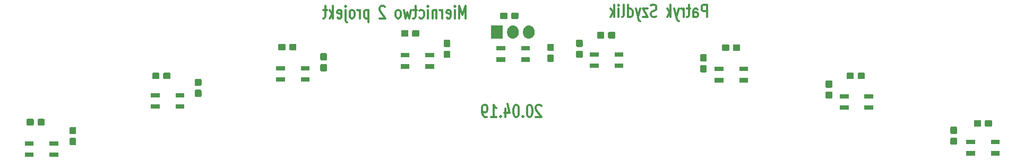
<source format=gbr>
G04 #@! TF.GenerationSoftware,KiCad,Pcbnew,5.1.1-8be2ce7~80~ubuntu18.04.1*
G04 #@! TF.CreationDate,2019-04-20T15:59:31+02:00*
G04 #@! TF.ProjectId,megazord,6d656761-7a6f-4726-942e-6b696361645f,rev?*
G04 #@! TF.SameCoordinates,Original*
G04 #@! TF.FileFunction,Soldermask,Bot*
G04 #@! TF.FilePolarity,Negative*
%FSLAX46Y46*%
G04 Gerber Fmt 4.6, Leading zero omitted, Abs format (unit mm)*
G04 Created by KiCad (PCBNEW 5.1.1-8be2ce7~80~ubuntu18.04.1) date 2019-04-20 15:59:31*
%MOMM*%
%LPD*%
G04 APERTURE LIST*
%ADD10C,0.300000*%
%ADD11C,0.100000*%
G04 APERTURE END LIST*
D10*
X115914285Y-72695238D02*
X115842857Y-72600000D01*
X115700000Y-72504761D01*
X115342857Y-72504761D01*
X115200000Y-72600000D01*
X115128571Y-72695238D01*
X115057142Y-72885714D01*
X115057142Y-73076190D01*
X115128571Y-73361904D01*
X115985714Y-74504761D01*
X115057142Y-74504761D01*
X114128571Y-72504761D02*
X113985714Y-72504761D01*
X113842857Y-72600000D01*
X113771428Y-72695238D01*
X113700000Y-72885714D01*
X113628571Y-73266666D01*
X113628571Y-73742857D01*
X113700000Y-74123809D01*
X113771428Y-74314285D01*
X113842857Y-74409523D01*
X113985714Y-74504761D01*
X114128571Y-74504761D01*
X114271428Y-74409523D01*
X114342857Y-74314285D01*
X114414285Y-74123809D01*
X114485714Y-73742857D01*
X114485714Y-73266666D01*
X114414285Y-72885714D01*
X114342857Y-72695238D01*
X114271428Y-72600000D01*
X114128571Y-72504761D01*
X112985714Y-74314285D02*
X112914285Y-74409523D01*
X112985714Y-74504761D01*
X113057142Y-74409523D01*
X112985714Y-74314285D01*
X112985714Y-74504761D01*
X111985714Y-72504761D02*
X111842857Y-72504761D01*
X111700000Y-72600000D01*
X111628571Y-72695238D01*
X111557142Y-72885714D01*
X111485714Y-73266666D01*
X111485714Y-73742857D01*
X111557142Y-74123809D01*
X111628571Y-74314285D01*
X111700000Y-74409523D01*
X111842857Y-74504761D01*
X111985714Y-74504761D01*
X112128571Y-74409523D01*
X112200000Y-74314285D01*
X112271428Y-74123809D01*
X112342857Y-73742857D01*
X112342857Y-73266666D01*
X112271428Y-72885714D01*
X112200000Y-72695238D01*
X112128571Y-72600000D01*
X111985714Y-72504761D01*
X110200000Y-73171428D02*
X110200000Y-74504761D01*
X110557142Y-72409523D02*
X110914285Y-73838095D01*
X109985714Y-73838095D01*
X109414285Y-74314285D02*
X109342857Y-74409523D01*
X109414285Y-74504761D01*
X109485714Y-74409523D01*
X109414285Y-74314285D01*
X109414285Y-74504761D01*
X107914285Y-74504761D02*
X108771428Y-74504761D01*
X108342857Y-74504761D02*
X108342857Y-72504761D01*
X108485714Y-72790476D01*
X108628571Y-72980952D01*
X108771428Y-73076190D01*
X107200000Y-74504761D02*
X106914285Y-74504761D01*
X106771428Y-74409523D01*
X106700000Y-74314285D01*
X106557142Y-74028571D01*
X106485714Y-73647619D01*
X106485714Y-72885714D01*
X106557142Y-72695238D01*
X106628571Y-72600000D01*
X106771428Y-72504761D01*
X107057142Y-72504761D01*
X107200000Y-72600000D01*
X107271428Y-72695238D01*
X107342857Y-72885714D01*
X107342857Y-73361904D01*
X107271428Y-73552380D01*
X107200000Y-73647619D01*
X107057142Y-73742857D01*
X106771428Y-73742857D01*
X106628571Y-73647619D01*
X106557142Y-73552380D01*
X106485714Y-73361904D01*
X142342857Y-58504761D02*
X142342857Y-56504761D01*
X141771428Y-56504761D01*
X141628571Y-56600000D01*
X141557142Y-56695238D01*
X141485714Y-56885714D01*
X141485714Y-57171428D01*
X141557142Y-57361904D01*
X141628571Y-57457142D01*
X141771428Y-57552380D01*
X142342857Y-57552380D01*
X140200000Y-58504761D02*
X140200000Y-57457142D01*
X140271428Y-57266666D01*
X140414285Y-57171428D01*
X140700000Y-57171428D01*
X140842857Y-57266666D01*
X140200000Y-58409523D02*
X140342857Y-58504761D01*
X140700000Y-58504761D01*
X140842857Y-58409523D01*
X140914285Y-58219047D01*
X140914285Y-58028571D01*
X140842857Y-57838095D01*
X140700000Y-57742857D01*
X140342857Y-57742857D01*
X140200000Y-57647619D01*
X139700000Y-57171428D02*
X139128571Y-57171428D01*
X139485714Y-56504761D02*
X139485714Y-58219047D01*
X139414285Y-58409523D01*
X139271428Y-58504761D01*
X139128571Y-58504761D01*
X138628571Y-58504761D02*
X138628571Y-57171428D01*
X138628571Y-57552380D02*
X138557142Y-57361904D01*
X138485714Y-57266666D01*
X138342857Y-57171428D01*
X138200000Y-57171428D01*
X137842857Y-57171428D02*
X137485714Y-58504761D01*
X137128571Y-57171428D02*
X137485714Y-58504761D01*
X137628571Y-58980952D01*
X137700000Y-59076190D01*
X137842857Y-59171428D01*
X136557142Y-58504761D02*
X136557142Y-56504761D01*
X136414285Y-57742857D02*
X135985714Y-58504761D01*
X135985714Y-57171428D02*
X136557142Y-57933333D01*
X134271428Y-58409523D02*
X134057142Y-58504761D01*
X133700000Y-58504761D01*
X133557142Y-58409523D01*
X133485714Y-58314285D01*
X133414285Y-58123809D01*
X133414285Y-57933333D01*
X133485714Y-57742857D01*
X133557142Y-57647619D01*
X133700000Y-57552380D01*
X133985714Y-57457142D01*
X134128571Y-57361904D01*
X134200000Y-57266666D01*
X134271428Y-57076190D01*
X134271428Y-56885714D01*
X134200000Y-56695238D01*
X134128571Y-56600000D01*
X133985714Y-56504761D01*
X133628571Y-56504761D01*
X133414285Y-56600000D01*
X132914285Y-57171428D02*
X132128571Y-57171428D01*
X132914285Y-58504761D01*
X132128571Y-58504761D01*
X131700000Y-57171428D02*
X131342857Y-58504761D01*
X130985714Y-57171428D02*
X131342857Y-58504761D01*
X131485714Y-58980952D01*
X131557142Y-59076190D01*
X131700000Y-59171428D01*
X129771428Y-58504761D02*
X129771428Y-56504761D01*
X129771428Y-58409523D02*
X129914285Y-58504761D01*
X130200000Y-58504761D01*
X130342857Y-58409523D01*
X130414285Y-58314285D01*
X130485714Y-58123809D01*
X130485714Y-57552380D01*
X130414285Y-57361904D01*
X130342857Y-57266666D01*
X130200000Y-57171428D01*
X129914285Y-57171428D01*
X129771428Y-57266666D01*
X128842857Y-58504761D02*
X128985714Y-58409523D01*
X129057142Y-58219047D01*
X129057142Y-56504761D01*
X128271428Y-58504761D02*
X128271428Y-57171428D01*
X128271428Y-56504761D02*
X128342857Y-56600000D01*
X128271428Y-56695238D01*
X128200000Y-56600000D01*
X128271428Y-56504761D01*
X128271428Y-56695238D01*
X127557142Y-58504761D02*
X127557142Y-56504761D01*
X127414285Y-57742857D02*
X126985714Y-58504761D01*
X126985714Y-57171428D02*
X127557142Y-57933333D01*
X103850000Y-58704761D02*
X103850000Y-56704761D01*
X103350000Y-58133333D01*
X102850000Y-56704761D01*
X102850000Y-58704761D01*
X102135714Y-58704761D02*
X102135714Y-57371428D01*
X102135714Y-56704761D02*
X102207142Y-56800000D01*
X102135714Y-56895238D01*
X102064285Y-56800000D01*
X102135714Y-56704761D01*
X102135714Y-56895238D01*
X100850000Y-58609523D02*
X100992857Y-58704761D01*
X101278571Y-58704761D01*
X101421428Y-58609523D01*
X101492857Y-58419047D01*
X101492857Y-57657142D01*
X101421428Y-57466666D01*
X101278571Y-57371428D01*
X100992857Y-57371428D01*
X100850000Y-57466666D01*
X100778571Y-57657142D01*
X100778571Y-57847619D01*
X101492857Y-58038095D01*
X100135714Y-58704761D02*
X100135714Y-57371428D01*
X100135714Y-57752380D02*
X100064285Y-57561904D01*
X99992857Y-57466666D01*
X99850000Y-57371428D01*
X99707142Y-57371428D01*
X99207142Y-57371428D02*
X99207142Y-58704761D01*
X99207142Y-57561904D02*
X99135714Y-57466666D01*
X98992857Y-57371428D01*
X98778571Y-57371428D01*
X98635714Y-57466666D01*
X98564285Y-57657142D01*
X98564285Y-58704761D01*
X97850000Y-58704761D02*
X97850000Y-57371428D01*
X97850000Y-56704761D02*
X97921428Y-56800000D01*
X97850000Y-56895238D01*
X97778571Y-56800000D01*
X97850000Y-56704761D01*
X97850000Y-56895238D01*
X96492857Y-58609523D02*
X96635714Y-58704761D01*
X96921428Y-58704761D01*
X97064285Y-58609523D01*
X97135714Y-58514285D01*
X97207142Y-58323809D01*
X97207142Y-57752380D01*
X97135714Y-57561904D01*
X97064285Y-57466666D01*
X96921428Y-57371428D01*
X96635714Y-57371428D01*
X96492857Y-57466666D01*
X96064285Y-57371428D02*
X95492857Y-57371428D01*
X95850000Y-56704761D02*
X95850000Y-58419047D01*
X95778571Y-58609523D01*
X95635714Y-58704761D01*
X95492857Y-58704761D01*
X95135714Y-57371428D02*
X94850000Y-58704761D01*
X94564285Y-57752380D01*
X94278571Y-58704761D01*
X93992857Y-57371428D01*
X93207142Y-58704761D02*
X93350000Y-58609523D01*
X93421428Y-58514285D01*
X93492857Y-58323809D01*
X93492857Y-57752380D01*
X93421428Y-57561904D01*
X93350000Y-57466666D01*
X93207142Y-57371428D01*
X92992857Y-57371428D01*
X92850000Y-57466666D01*
X92778571Y-57561904D01*
X92707142Y-57752380D01*
X92707142Y-58323809D01*
X92778571Y-58514285D01*
X92850000Y-58609523D01*
X92992857Y-58704761D01*
X93207142Y-58704761D01*
X90992857Y-56895238D02*
X90921428Y-56800000D01*
X90778571Y-56704761D01*
X90421428Y-56704761D01*
X90278571Y-56800000D01*
X90207142Y-56895238D01*
X90135714Y-57085714D01*
X90135714Y-57276190D01*
X90207142Y-57561904D01*
X91064285Y-58704761D01*
X90135714Y-58704761D01*
X88350000Y-57371428D02*
X88350000Y-59371428D01*
X88350000Y-57466666D02*
X88207142Y-57371428D01*
X87921428Y-57371428D01*
X87778571Y-57466666D01*
X87707142Y-57561904D01*
X87635714Y-57752380D01*
X87635714Y-58323809D01*
X87707142Y-58514285D01*
X87778571Y-58609523D01*
X87921428Y-58704761D01*
X88207142Y-58704761D01*
X88350000Y-58609523D01*
X86992857Y-58704761D02*
X86992857Y-57371428D01*
X86992857Y-57752380D02*
X86921428Y-57561904D01*
X86850000Y-57466666D01*
X86707142Y-57371428D01*
X86564285Y-57371428D01*
X85850000Y-58704761D02*
X85992857Y-58609523D01*
X86064285Y-58514285D01*
X86135714Y-58323809D01*
X86135714Y-57752380D01*
X86064285Y-57561904D01*
X85992857Y-57466666D01*
X85850000Y-57371428D01*
X85635714Y-57371428D01*
X85492857Y-57466666D01*
X85421428Y-57561904D01*
X85350000Y-57752380D01*
X85350000Y-58323809D01*
X85421428Y-58514285D01*
X85492857Y-58609523D01*
X85635714Y-58704761D01*
X85850000Y-58704761D01*
X84707142Y-57371428D02*
X84707142Y-59085714D01*
X84778571Y-59276190D01*
X84921428Y-59371428D01*
X84992857Y-59371428D01*
X84707142Y-56704761D02*
X84778571Y-56800000D01*
X84707142Y-56895238D01*
X84635714Y-56800000D01*
X84707142Y-56704761D01*
X84707142Y-56895238D01*
X83421428Y-58609523D02*
X83564285Y-58704761D01*
X83850000Y-58704761D01*
X83992857Y-58609523D01*
X84064285Y-58419047D01*
X84064285Y-57657142D01*
X83992857Y-57466666D01*
X83850000Y-57371428D01*
X83564285Y-57371428D01*
X83421428Y-57466666D01*
X83350000Y-57657142D01*
X83350000Y-57847619D01*
X84064285Y-58038095D01*
X82707142Y-58704761D02*
X82707142Y-56704761D01*
X82564285Y-57942857D02*
X82135714Y-58704761D01*
X82135714Y-57371428D02*
X82707142Y-58133333D01*
X81707142Y-57371428D02*
X81135714Y-57371428D01*
X81492857Y-56704761D02*
X81492857Y-58419047D01*
X81421428Y-58609523D01*
X81278571Y-58704761D01*
X81135714Y-58704761D01*
D11*
G36*
X38866000Y-80856000D02*
G01*
X37464000Y-80856000D01*
X37464000Y-80154000D01*
X38866000Y-80154000D01*
X38866000Y-80856000D01*
X38866000Y-80856000D01*
G37*
G36*
X34936000Y-80856000D02*
G01*
X33534000Y-80856000D01*
X33534000Y-80154000D01*
X34936000Y-80154000D01*
X34936000Y-80856000D01*
X34936000Y-80856000D01*
G37*
G36*
X185101000Y-80651000D02*
G01*
X183699000Y-80651000D01*
X183699000Y-79949000D01*
X185101000Y-79949000D01*
X185101000Y-80651000D01*
X185101000Y-80651000D01*
G37*
G36*
X189031000Y-80651000D02*
G01*
X187629000Y-80651000D01*
X187629000Y-79949000D01*
X189031000Y-79949000D01*
X189031000Y-80651000D01*
X189031000Y-80651000D01*
G37*
G36*
X38866000Y-79056000D02*
G01*
X37464000Y-79056000D01*
X37464000Y-78354000D01*
X38866000Y-78354000D01*
X38866000Y-79056000D01*
X38866000Y-79056000D01*
G37*
G36*
X34936000Y-79056000D02*
G01*
X33534000Y-79056000D01*
X33534000Y-78354000D01*
X34936000Y-78354000D01*
X34936000Y-79056000D01*
X34936000Y-79056000D01*
G37*
G36*
X41564499Y-77828445D02*
G01*
X41601995Y-77839820D01*
X41636554Y-77858292D01*
X41666847Y-77883153D01*
X41691708Y-77913446D01*
X41710180Y-77948005D01*
X41721555Y-77985501D01*
X41726000Y-78030638D01*
X41726000Y-78769362D01*
X41721555Y-78814499D01*
X41710180Y-78851995D01*
X41691708Y-78886554D01*
X41666847Y-78916847D01*
X41636554Y-78941708D01*
X41601995Y-78960180D01*
X41564499Y-78971555D01*
X41519362Y-78976000D01*
X40880638Y-78976000D01*
X40835501Y-78971555D01*
X40798005Y-78960180D01*
X40763446Y-78941708D01*
X40733153Y-78916847D01*
X40708292Y-78886554D01*
X40689820Y-78851995D01*
X40678445Y-78814499D01*
X40674000Y-78769362D01*
X40674000Y-78030638D01*
X40678445Y-77985501D01*
X40689820Y-77948005D01*
X40708292Y-77913446D01*
X40733153Y-77883153D01*
X40763446Y-77858292D01*
X40798005Y-77839820D01*
X40835501Y-77828445D01*
X40880638Y-77824000D01*
X41519362Y-77824000D01*
X41564499Y-77828445D01*
X41564499Y-77828445D01*
G37*
G36*
X182064499Y-77778445D02*
G01*
X182101995Y-77789820D01*
X182136554Y-77808292D01*
X182166847Y-77833153D01*
X182191708Y-77863446D01*
X182210180Y-77898005D01*
X182221555Y-77935501D01*
X182226000Y-77980638D01*
X182226000Y-78719362D01*
X182221555Y-78764499D01*
X182210180Y-78801995D01*
X182191708Y-78836554D01*
X182166847Y-78866847D01*
X182136554Y-78891708D01*
X182101995Y-78910180D01*
X182064499Y-78921555D01*
X182019362Y-78926000D01*
X181380638Y-78926000D01*
X181335501Y-78921555D01*
X181298005Y-78910180D01*
X181263446Y-78891708D01*
X181233153Y-78866847D01*
X181208292Y-78836554D01*
X181189820Y-78801995D01*
X181178445Y-78764499D01*
X181174000Y-78719362D01*
X181174000Y-77980638D01*
X181178445Y-77935501D01*
X181189820Y-77898005D01*
X181208292Y-77863446D01*
X181233153Y-77833153D01*
X181263446Y-77808292D01*
X181298005Y-77789820D01*
X181335501Y-77778445D01*
X181380638Y-77774000D01*
X182019362Y-77774000D01*
X182064499Y-77778445D01*
X182064499Y-77778445D01*
G37*
G36*
X189031000Y-78851000D02*
G01*
X187629000Y-78851000D01*
X187629000Y-78149000D01*
X189031000Y-78149000D01*
X189031000Y-78851000D01*
X189031000Y-78851000D01*
G37*
G36*
X185101000Y-78851000D02*
G01*
X183699000Y-78851000D01*
X183699000Y-78149000D01*
X185101000Y-78149000D01*
X185101000Y-78851000D01*
X185101000Y-78851000D01*
G37*
G36*
X41564499Y-76078445D02*
G01*
X41601995Y-76089820D01*
X41636554Y-76108292D01*
X41666847Y-76133153D01*
X41691708Y-76163446D01*
X41710180Y-76198005D01*
X41721555Y-76235501D01*
X41726000Y-76280638D01*
X41726000Y-77019362D01*
X41721555Y-77064499D01*
X41710180Y-77101995D01*
X41691708Y-77136554D01*
X41666847Y-77166847D01*
X41636554Y-77191708D01*
X41601995Y-77210180D01*
X41564499Y-77221555D01*
X41519362Y-77226000D01*
X40880638Y-77226000D01*
X40835501Y-77221555D01*
X40798005Y-77210180D01*
X40763446Y-77191708D01*
X40733153Y-77166847D01*
X40708292Y-77136554D01*
X40689820Y-77101995D01*
X40678445Y-77064499D01*
X40674000Y-77019362D01*
X40674000Y-76280638D01*
X40678445Y-76235501D01*
X40689820Y-76198005D01*
X40708292Y-76163446D01*
X40733153Y-76133153D01*
X40763446Y-76108292D01*
X40798005Y-76089820D01*
X40835501Y-76078445D01*
X40880638Y-76074000D01*
X41519362Y-76074000D01*
X41564499Y-76078445D01*
X41564499Y-76078445D01*
G37*
G36*
X182064499Y-76028445D02*
G01*
X182101995Y-76039820D01*
X182136554Y-76058292D01*
X182166847Y-76083153D01*
X182191708Y-76113446D01*
X182210180Y-76148005D01*
X182221555Y-76185501D01*
X182226000Y-76230638D01*
X182226000Y-76969362D01*
X182221555Y-77014499D01*
X182210180Y-77051995D01*
X182191708Y-77086554D01*
X182166847Y-77116847D01*
X182136554Y-77141708D01*
X182101995Y-77160180D01*
X182064499Y-77171555D01*
X182019362Y-77176000D01*
X181380638Y-77176000D01*
X181335501Y-77171555D01*
X181298005Y-77160180D01*
X181263446Y-77141708D01*
X181233153Y-77116847D01*
X181208292Y-77086554D01*
X181189820Y-77051995D01*
X181178445Y-77014499D01*
X181174000Y-76969362D01*
X181174000Y-76230638D01*
X181178445Y-76185501D01*
X181189820Y-76148005D01*
X181208292Y-76113446D01*
X181233153Y-76083153D01*
X181263446Y-76058292D01*
X181298005Y-76039820D01*
X181335501Y-76028445D01*
X181380638Y-76024000D01*
X182019362Y-76024000D01*
X182064499Y-76028445D01*
X182064499Y-76028445D01*
G37*
G36*
X187664499Y-74978445D02*
G01*
X187701995Y-74989820D01*
X187736554Y-75008292D01*
X187766847Y-75033153D01*
X187791708Y-75063446D01*
X187810180Y-75098005D01*
X187821555Y-75135501D01*
X187826000Y-75180638D01*
X187826000Y-75819362D01*
X187821555Y-75864499D01*
X187810180Y-75901995D01*
X187791708Y-75936554D01*
X187766847Y-75966847D01*
X187736554Y-75991708D01*
X187701995Y-76010180D01*
X187664499Y-76021555D01*
X187619362Y-76026000D01*
X186880638Y-76026000D01*
X186835501Y-76021555D01*
X186798005Y-76010180D01*
X186763446Y-75991708D01*
X186733153Y-75966847D01*
X186708292Y-75936554D01*
X186689820Y-75901995D01*
X186678445Y-75864499D01*
X186674000Y-75819362D01*
X186674000Y-75180638D01*
X186678445Y-75135501D01*
X186689820Y-75098005D01*
X186708292Y-75063446D01*
X186733153Y-75033153D01*
X186763446Y-75008292D01*
X186798005Y-74989820D01*
X186835501Y-74978445D01*
X186880638Y-74974000D01*
X187619362Y-74974000D01*
X187664499Y-74978445D01*
X187664499Y-74978445D01*
G37*
G36*
X185914499Y-74978445D02*
G01*
X185951995Y-74989820D01*
X185986554Y-75008292D01*
X186016847Y-75033153D01*
X186041708Y-75063446D01*
X186060180Y-75098005D01*
X186071555Y-75135501D01*
X186076000Y-75180638D01*
X186076000Y-75819362D01*
X186071555Y-75864499D01*
X186060180Y-75901995D01*
X186041708Y-75936554D01*
X186016847Y-75966847D01*
X185986554Y-75991708D01*
X185951995Y-76010180D01*
X185914499Y-76021555D01*
X185869362Y-76026000D01*
X185130638Y-76026000D01*
X185085501Y-76021555D01*
X185048005Y-76010180D01*
X185013446Y-75991708D01*
X184983153Y-75966847D01*
X184958292Y-75936554D01*
X184939820Y-75901995D01*
X184928445Y-75864499D01*
X184924000Y-75819362D01*
X184924000Y-75180638D01*
X184928445Y-75135501D01*
X184939820Y-75098005D01*
X184958292Y-75063446D01*
X184983153Y-75033153D01*
X185013446Y-75008292D01*
X185048005Y-74989820D01*
X185085501Y-74978445D01*
X185130638Y-74974000D01*
X185869362Y-74974000D01*
X185914499Y-74978445D01*
X185914499Y-74978445D01*
G37*
G36*
X36564499Y-74778445D02*
G01*
X36601995Y-74789820D01*
X36636554Y-74808292D01*
X36666847Y-74833153D01*
X36691708Y-74863446D01*
X36710180Y-74898005D01*
X36721555Y-74935501D01*
X36726000Y-74980638D01*
X36726000Y-75619362D01*
X36721555Y-75664499D01*
X36710180Y-75701995D01*
X36691708Y-75736554D01*
X36666847Y-75766847D01*
X36636554Y-75791708D01*
X36601995Y-75810180D01*
X36564499Y-75821555D01*
X36519362Y-75826000D01*
X35780638Y-75826000D01*
X35735501Y-75821555D01*
X35698005Y-75810180D01*
X35663446Y-75791708D01*
X35633153Y-75766847D01*
X35608292Y-75736554D01*
X35589820Y-75701995D01*
X35578445Y-75664499D01*
X35574000Y-75619362D01*
X35574000Y-74980638D01*
X35578445Y-74935501D01*
X35589820Y-74898005D01*
X35608292Y-74863446D01*
X35633153Y-74833153D01*
X35663446Y-74808292D01*
X35698005Y-74789820D01*
X35735501Y-74778445D01*
X35780638Y-74774000D01*
X36519362Y-74774000D01*
X36564499Y-74778445D01*
X36564499Y-74778445D01*
G37*
G36*
X34814499Y-74778445D02*
G01*
X34851995Y-74789820D01*
X34886554Y-74808292D01*
X34916847Y-74833153D01*
X34941708Y-74863446D01*
X34960180Y-74898005D01*
X34971555Y-74935501D01*
X34976000Y-74980638D01*
X34976000Y-75619362D01*
X34971555Y-75664499D01*
X34960180Y-75701995D01*
X34941708Y-75736554D01*
X34916847Y-75766847D01*
X34886554Y-75791708D01*
X34851995Y-75810180D01*
X34814499Y-75821555D01*
X34769362Y-75826000D01*
X34030638Y-75826000D01*
X33985501Y-75821555D01*
X33948005Y-75810180D01*
X33913446Y-75791708D01*
X33883153Y-75766847D01*
X33858292Y-75736554D01*
X33839820Y-75701995D01*
X33828445Y-75664499D01*
X33824000Y-75619362D01*
X33824000Y-74980638D01*
X33828445Y-74935501D01*
X33839820Y-74898005D01*
X33858292Y-74863446D01*
X33883153Y-74833153D01*
X33913446Y-74808292D01*
X33948005Y-74789820D01*
X33985501Y-74778445D01*
X34030638Y-74774000D01*
X34769362Y-74774000D01*
X34814499Y-74778445D01*
X34814499Y-74778445D01*
G37*
G36*
X168866000Y-73346000D02*
G01*
X167464000Y-73346000D01*
X167464000Y-72644000D01*
X168866000Y-72644000D01*
X168866000Y-73346000D01*
X168866000Y-73346000D01*
G37*
G36*
X164936000Y-73346000D02*
G01*
X163534000Y-73346000D01*
X163534000Y-72644000D01*
X164936000Y-72644000D01*
X164936000Y-73346000D01*
X164936000Y-73346000D01*
G37*
G36*
X59001000Y-73151000D02*
G01*
X57599000Y-73151000D01*
X57599000Y-72449000D01*
X59001000Y-72449000D01*
X59001000Y-73151000D01*
X59001000Y-73151000D01*
G37*
G36*
X55071000Y-73151000D02*
G01*
X53669000Y-73151000D01*
X53669000Y-72449000D01*
X55071000Y-72449000D01*
X55071000Y-73151000D01*
X55071000Y-73151000D01*
G37*
G36*
X162164499Y-70403445D02*
G01*
X162201995Y-70414820D01*
X162236554Y-70433292D01*
X162266847Y-70458153D01*
X162291708Y-70488446D01*
X162310180Y-70523005D01*
X162321555Y-70560501D01*
X162326000Y-70605638D01*
X162326000Y-71344362D01*
X162321555Y-71389499D01*
X162310180Y-71426995D01*
X162291708Y-71461554D01*
X162266847Y-71491847D01*
X162236554Y-71516708D01*
X162201995Y-71535180D01*
X162164499Y-71546555D01*
X162119362Y-71551000D01*
X161480638Y-71551000D01*
X161435501Y-71546555D01*
X161398005Y-71535180D01*
X161363446Y-71516708D01*
X161333153Y-71491847D01*
X161308292Y-71461554D01*
X161289820Y-71426995D01*
X161278445Y-71389499D01*
X161274000Y-71344362D01*
X161274000Y-70605638D01*
X161278445Y-70560501D01*
X161289820Y-70523005D01*
X161308292Y-70488446D01*
X161333153Y-70458153D01*
X161363446Y-70433292D01*
X161398005Y-70414820D01*
X161435501Y-70403445D01*
X161480638Y-70399000D01*
X162119362Y-70399000D01*
X162164499Y-70403445D01*
X162164499Y-70403445D01*
G37*
G36*
X168866000Y-71546000D02*
G01*
X167464000Y-71546000D01*
X167464000Y-70844000D01*
X168866000Y-70844000D01*
X168866000Y-71546000D01*
X168866000Y-71546000D01*
G37*
G36*
X164936000Y-71546000D02*
G01*
X163534000Y-71546000D01*
X163534000Y-70844000D01*
X164936000Y-70844000D01*
X164936000Y-71546000D01*
X164936000Y-71546000D01*
G37*
G36*
X59001000Y-71351000D02*
G01*
X57599000Y-71351000D01*
X57599000Y-70649000D01*
X59001000Y-70649000D01*
X59001000Y-71351000D01*
X59001000Y-71351000D01*
G37*
G36*
X55071000Y-71351000D02*
G01*
X53669000Y-71351000D01*
X53669000Y-70649000D01*
X55071000Y-70649000D01*
X55071000Y-71351000D01*
X55071000Y-71351000D01*
G37*
G36*
X61564499Y-70128445D02*
G01*
X61601995Y-70139820D01*
X61636554Y-70158292D01*
X61666847Y-70183153D01*
X61691708Y-70213446D01*
X61710180Y-70248005D01*
X61721555Y-70285501D01*
X61726000Y-70330638D01*
X61726000Y-71069362D01*
X61721555Y-71114499D01*
X61710180Y-71151995D01*
X61691708Y-71186554D01*
X61666847Y-71216847D01*
X61636554Y-71241708D01*
X61601995Y-71260180D01*
X61564499Y-71271555D01*
X61519362Y-71276000D01*
X60880638Y-71276000D01*
X60835501Y-71271555D01*
X60798005Y-71260180D01*
X60763446Y-71241708D01*
X60733153Y-71216847D01*
X60708292Y-71186554D01*
X60689820Y-71151995D01*
X60678445Y-71114499D01*
X60674000Y-71069362D01*
X60674000Y-70330638D01*
X60678445Y-70285501D01*
X60689820Y-70248005D01*
X60708292Y-70213446D01*
X60733153Y-70183153D01*
X60763446Y-70158292D01*
X60798005Y-70139820D01*
X60835501Y-70128445D01*
X60880638Y-70124000D01*
X61519362Y-70124000D01*
X61564499Y-70128445D01*
X61564499Y-70128445D01*
G37*
G36*
X162164499Y-68653445D02*
G01*
X162201995Y-68664820D01*
X162236554Y-68683292D01*
X162266847Y-68708153D01*
X162291708Y-68738446D01*
X162310180Y-68773005D01*
X162321555Y-68810501D01*
X162326000Y-68855638D01*
X162326000Y-69594362D01*
X162321555Y-69639499D01*
X162310180Y-69676995D01*
X162291708Y-69711554D01*
X162266847Y-69741847D01*
X162236554Y-69766708D01*
X162201995Y-69785180D01*
X162164499Y-69796555D01*
X162119362Y-69801000D01*
X161480638Y-69801000D01*
X161435501Y-69796555D01*
X161398005Y-69785180D01*
X161363446Y-69766708D01*
X161333153Y-69741847D01*
X161308292Y-69711554D01*
X161289820Y-69676995D01*
X161278445Y-69639499D01*
X161274000Y-69594362D01*
X161274000Y-68855638D01*
X161278445Y-68810501D01*
X161289820Y-68773005D01*
X161308292Y-68738446D01*
X161333153Y-68708153D01*
X161363446Y-68683292D01*
X161398005Y-68664820D01*
X161435501Y-68653445D01*
X161480638Y-68649000D01*
X162119362Y-68649000D01*
X162164499Y-68653445D01*
X162164499Y-68653445D01*
G37*
G36*
X61564499Y-68378445D02*
G01*
X61601995Y-68389820D01*
X61636554Y-68408292D01*
X61666847Y-68433153D01*
X61691708Y-68463446D01*
X61710180Y-68498005D01*
X61721555Y-68535501D01*
X61726000Y-68580638D01*
X61726000Y-69319362D01*
X61721555Y-69364499D01*
X61710180Y-69401995D01*
X61691708Y-69436554D01*
X61666847Y-69466847D01*
X61636554Y-69491708D01*
X61601995Y-69510180D01*
X61564499Y-69521555D01*
X61519362Y-69526000D01*
X60880638Y-69526000D01*
X60835501Y-69521555D01*
X60798005Y-69510180D01*
X60763446Y-69491708D01*
X60733153Y-69466847D01*
X60708292Y-69436554D01*
X60689820Y-69401995D01*
X60678445Y-69364499D01*
X60674000Y-69319362D01*
X60674000Y-68580638D01*
X60678445Y-68535501D01*
X60689820Y-68498005D01*
X60708292Y-68463446D01*
X60733153Y-68433153D01*
X60763446Y-68408292D01*
X60798005Y-68389820D01*
X60835501Y-68378445D01*
X60880638Y-68374000D01*
X61519362Y-68374000D01*
X61564499Y-68378445D01*
X61564499Y-68378445D01*
G37*
G36*
X148901000Y-68951000D02*
G01*
X147499000Y-68951000D01*
X147499000Y-68249000D01*
X148901000Y-68249000D01*
X148901000Y-68951000D01*
X148901000Y-68951000D01*
G37*
G36*
X144971000Y-68951000D02*
G01*
X143569000Y-68951000D01*
X143569000Y-68249000D01*
X144971000Y-68249000D01*
X144971000Y-68951000D01*
X144971000Y-68951000D01*
G37*
G36*
X75036000Y-68856000D02*
G01*
X73634000Y-68856000D01*
X73634000Y-68154000D01*
X75036000Y-68154000D01*
X75036000Y-68856000D01*
X75036000Y-68856000D01*
G37*
G36*
X78966000Y-68856000D02*
G01*
X77564000Y-68856000D01*
X77564000Y-68154000D01*
X78966000Y-68154000D01*
X78966000Y-68856000D01*
X78966000Y-68856000D01*
G37*
G36*
X54864499Y-67378445D02*
G01*
X54901995Y-67389820D01*
X54936554Y-67408292D01*
X54966847Y-67433153D01*
X54991708Y-67463446D01*
X55010180Y-67498005D01*
X55021555Y-67535501D01*
X55026000Y-67580638D01*
X55026000Y-68219362D01*
X55021555Y-68264499D01*
X55010180Y-68301995D01*
X54991708Y-68336554D01*
X54966847Y-68366847D01*
X54936554Y-68391708D01*
X54901995Y-68410180D01*
X54864499Y-68421555D01*
X54819362Y-68426000D01*
X54080638Y-68426000D01*
X54035501Y-68421555D01*
X53998005Y-68410180D01*
X53963446Y-68391708D01*
X53933153Y-68366847D01*
X53908292Y-68336554D01*
X53889820Y-68301995D01*
X53878445Y-68264499D01*
X53874000Y-68219362D01*
X53874000Y-67580638D01*
X53878445Y-67535501D01*
X53889820Y-67498005D01*
X53908292Y-67463446D01*
X53933153Y-67433153D01*
X53963446Y-67408292D01*
X53998005Y-67389820D01*
X54035501Y-67378445D01*
X54080638Y-67374000D01*
X54819362Y-67374000D01*
X54864499Y-67378445D01*
X54864499Y-67378445D01*
G37*
G36*
X56614499Y-67378445D02*
G01*
X56651995Y-67389820D01*
X56686554Y-67408292D01*
X56716847Y-67433153D01*
X56741708Y-67463446D01*
X56760180Y-67498005D01*
X56771555Y-67535501D01*
X56776000Y-67580638D01*
X56776000Y-68219362D01*
X56771555Y-68264499D01*
X56760180Y-68301995D01*
X56741708Y-68336554D01*
X56716847Y-68366847D01*
X56686554Y-68391708D01*
X56651995Y-68410180D01*
X56614499Y-68421555D01*
X56569362Y-68426000D01*
X55830638Y-68426000D01*
X55785501Y-68421555D01*
X55748005Y-68410180D01*
X55713446Y-68391708D01*
X55683153Y-68366847D01*
X55658292Y-68336554D01*
X55639820Y-68301995D01*
X55628445Y-68264499D01*
X55624000Y-68219362D01*
X55624000Y-67580638D01*
X55628445Y-67535501D01*
X55639820Y-67498005D01*
X55658292Y-67463446D01*
X55683153Y-67433153D01*
X55713446Y-67408292D01*
X55748005Y-67389820D01*
X55785501Y-67378445D01*
X55830638Y-67374000D01*
X56569362Y-67374000D01*
X56614499Y-67378445D01*
X56614499Y-67378445D01*
G37*
G36*
X165614499Y-67378445D02*
G01*
X165651995Y-67389820D01*
X165686554Y-67408292D01*
X165716847Y-67433153D01*
X165741708Y-67463446D01*
X165760180Y-67498005D01*
X165771555Y-67535501D01*
X165776000Y-67580638D01*
X165776000Y-68219362D01*
X165771555Y-68264499D01*
X165760180Y-68301995D01*
X165741708Y-68336554D01*
X165716847Y-68366847D01*
X165686554Y-68391708D01*
X165651995Y-68410180D01*
X165614499Y-68421555D01*
X165569362Y-68426000D01*
X164830638Y-68426000D01*
X164785501Y-68421555D01*
X164748005Y-68410180D01*
X164713446Y-68391708D01*
X164683153Y-68366847D01*
X164658292Y-68336554D01*
X164639820Y-68301995D01*
X164628445Y-68264499D01*
X164624000Y-68219362D01*
X164624000Y-67580638D01*
X164628445Y-67535501D01*
X164639820Y-67498005D01*
X164658292Y-67463446D01*
X164683153Y-67433153D01*
X164713446Y-67408292D01*
X164748005Y-67389820D01*
X164785501Y-67378445D01*
X164830638Y-67374000D01*
X165569362Y-67374000D01*
X165614499Y-67378445D01*
X165614499Y-67378445D01*
G37*
G36*
X167364499Y-67378445D02*
G01*
X167401995Y-67389820D01*
X167436554Y-67408292D01*
X167466847Y-67433153D01*
X167491708Y-67463446D01*
X167510180Y-67498005D01*
X167521555Y-67535501D01*
X167526000Y-67580638D01*
X167526000Y-68219362D01*
X167521555Y-68264499D01*
X167510180Y-68301995D01*
X167491708Y-68336554D01*
X167466847Y-68366847D01*
X167436554Y-68391708D01*
X167401995Y-68410180D01*
X167364499Y-68421555D01*
X167319362Y-68426000D01*
X166580638Y-68426000D01*
X166535501Y-68421555D01*
X166498005Y-68410180D01*
X166463446Y-68391708D01*
X166433153Y-68366847D01*
X166408292Y-68336554D01*
X166389820Y-68301995D01*
X166378445Y-68264499D01*
X166374000Y-68219362D01*
X166374000Y-67580638D01*
X166378445Y-67535501D01*
X166389820Y-67498005D01*
X166408292Y-67463446D01*
X166433153Y-67433153D01*
X166463446Y-67408292D01*
X166498005Y-67389820D01*
X166535501Y-67378445D01*
X166580638Y-67374000D01*
X167319362Y-67374000D01*
X167364499Y-67378445D01*
X167364499Y-67378445D01*
G37*
G36*
X142164499Y-66203445D02*
G01*
X142201995Y-66214820D01*
X142236554Y-66233292D01*
X142266847Y-66258153D01*
X142291708Y-66288446D01*
X142310180Y-66323005D01*
X142321555Y-66360501D01*
X142326000Y-66405638D01*
X142326000Y-67144362D01*
X142321555Y-67189499D01*
X142310180Y-67226995D01*
X142291708Y-67261554D01*
X142266847Y-67291847D01*
X142236554Y-67316708D01*
X142201995Y-67335180D01*
X142164499Y-67346555D01*
X142119362Y-67351000D01*
X141480638Y-67351000D01*
X141435501Y-67346555D01*
X141398005Y-67335180D01*
X141363446Y-67316708D01*
X141333153Y-67291847D01*
X141308292Y-67261554D01*
X141289820Y-67226995D01*
X141278445Y-67189499D01*
X141274000Y-67144362D01*
X141274000Y-66405638D01*
X141278445Y-66360501D01*
X141289820Y-66323005D01*
X141308292Y-66288446D01*
X141333153Y-66258153D01*
X141363446Y-66233292D01*
X141398005Y-66214820D01*
X141435501Y-66203445D01*
X141480638Y-66199000D01*
X142119362Y-66199000D01*
X142164499Y-66203445D01*
X142164499Y-66203445D01*
G37*
G36*
X81564499Y-66028445D02*
G01*
X81601995Y-66039820D01*
X81636554Y-66058292D01*
X81666847Y-66083153D01*
X81691708Y-66113446D01*
X81710180Y-66148005D01*
X81721555Y-66185501D01*
X81726000Y-66230638D01*
X81726000Y-66969362D01*
X81721555Y-67014499D01*
X81710180Y-67051995D01*
X81691708Y-67086554D01*
X81666847Y-67116847D01*
X81636554Y-67141708D01*
X81601995Y-67160180D01*
X81564499Y-67171555D01*
X81519362Y-67176000D01*
X80880638Y-67176000D01*
X80835501Y-67171555D01*
X80798005Y-67160180D01*
X80763446Y-67141708D01*
X80733153Y-67116847D01*
X80708292Y-67086554D01*
X80689820Y-67051995D01*
X80678445Y-67014499D01*
X80674000Y-66969362D01*
X80674000Y-66230638D01*
X80678445Y-66185501D01*
X80689820Y-66148005D01*
X80708292Y-66113446D01*
X80733153Y-66083153D01*
X80763446Y-66058292D01*
X80798005Y-66039820D01*
X80835501Y-66028445D01*
X80880638Y-66024000D01*
X81519362Y-66024000D01*
X81564499Y-66028445D01*
X81564499Y-66028445D01*
G37*
G36*
X148901000Y-67151000D02*
G01*
X147499000Y-67151000D01*
X147499000Y-66449000D01*
X148901000Y-66449000D01*
X148901000Y-67151000D01*
X148901000Y-67151000D01*
G37*
G36*
X144971000Y-67151000D02*
G01*
X143569000Y-67151000D01*
X143569000Y-66449000D01*
X144971000Y-66449000D01*
X144971000Y-67151000D01*
X144971000Y-67151000D01*
G37*
G36*
X75036000Y-67056000D02*
G01*
X73634000Y-67056000D01*
X73634000Y-66354000D01*
X75036000Y-66354000D01*
X75036000Y-67056000D01*
X75036000Y-67056000D01*
G37*
G36*
X78966000Y-67056000D02*
G01*
X77564000Y-67056000D01*
X77564000Y-66354000D01*
X78966000Y-66354000D01*
X78966000Y-67056000D01*
X78966000Y-67056000D01*
G37*
G36*
X98831000Y-66751000D02*
G01*
X97429000Y-66751000D01*
X97429000Y-66049000D01*
X98831000Y-66049000D01*
X98831000Y-66751000D01*
X98831000Y-66751000D01*
G37*
G36*
X94901000Y-66751000D02*
G01*
X93499000Y-66751000D01*
X93499000Y-66049000D01*
X94901000Y-66049000D01*
X94901000Y-66751000D01*
X94901000Y-66751000D01*
G37*
G36*
X129031000Y-66651000D02*
G01*
X127629000Y-66651000D01*
X127629000Y-65949000D01*
X129031000Y-65949000D01*
X129031000Y-66651000D01*
X129031000Y-66651000D01*
G37*
G36*
X125101000Y-66651000D02*
G01*
X123699000Y-66651000D01*
X123699000Y-65949000D01*
X125101000Y-65949000D01*
X125101000Y-66651000D01*
X125101000Y-66651000D01*
G37*
G36*
X117764499Y-64528445D02*
G01*
X117801995Y-64539820D01*
X117836554Y-64558292D01*
X117866847Y-64583153D01*
X117891708Y-64613446D01*
X117910180Y-64648005D01*
X117921555Y-64685501D01*
X117926000Y-64730638D01*
X117926000Y-65469362D01*
X117921555Y-65514499D01*
X117910180Y-65551995D01*
X117891708Y-65586554D01*
X117866847Y-65616847D01*
X117836554Y-65641708D01*
X117801995Y-65660180D01*
X117764499Y-65671555D01*
X117719362Y-65676000D01*
X117080638Y-65676000D01*
X117035501Y-65671555D01*
X116998005Y-65660180D01*
X116963446Y-65641708D01*
X116933153Y-65616847D01*
X116908292Y-65586554D01*
X116889820Y-65551995D01*
X116878445Y-65514499D01*
X116874000Y-65469362D01*
X116874000Y-64730638D01*
X116878445Y-64685501D01*
X116889820Y-64648005D01*
X116908292Y-64613446D01*
X116933153Y-64583153D01*
X116963446Y-64558292D01*
X116998005Y-64539820D01*
X117035501Y-64528445D01*
X117080638Y-64524000D01*
X117719362Y-64524000D01*
X117764499Y-64528445D01*
X117764499Y-64528445D01*
G37*
G36*
X110171000Y-65651000D02*
G01*
X108769000Y-65651000D01*
X108769000Y-64949000D01*
X110171000Y-64949000D01*
X110171000Y-65651000D01*
X110171000Y-65651000D01*
G37*
G36*
X114101000Y-65651000D02*
G01*
X112699000Y-65651000D01*
X112699000Y-64949000D01*
X114101000Y-64949000D01*
X114101000Y-65651000D01*
X114101000Y-65651000D01*
G37*
G36*
X142164499Y-64453445D02*
G01*
X142201995Y-64464820D01*
X142236554Y-64483292D01*
X142266847Y-64508153D01*
X142291708Y-64538446D01*
X142310180Y-64573005D01*
X142321555Y-64610501D01*
X142326000Y-64655638D01*
X142326000Y-65394362D01*
X142321555Y-65439499D01*
X142310180Y-65476995D01*
X142291708Y-65511554D01*
X142266847Y-65541847D01*
X142236554Y-65566708D01*
X142201995Y-65585180D01*
X142164499Y-65596555D01*
X142119362Y-65601000D01*
X141480638Y-65601000D01*
X141435501Y-65596555D01*
X141398005Y-65585180D01*
X141363446Y-65566708D01*
X141333153Y-65541847D01*
X141308292Y-65511554D01*
X141289820Y-65476995D01*
X141278445Y-65439499D01*
X141274000Y-65394362D01*
X141274000Y-64655638D01*
X141278445Y-64610501D01*
X141289820Y-64573005D01*
X141308292Y-64538446D01*
X141333153Y-64508153D01*
X141363446Y-64483292D01*
X141398005Y-64464820D01*
X141435501Y-64453445D01*
X141480638Y-64449000D01*
X142119362Y-64449000D01*
X142164499Y-64453445D01*
X142164499Y-64453445D01*
G37*
G36*
X81564499Y-64278445D02*
G01*
X81601995Y-64289820D01*
X81636554Y-64308292D01*
X81666847Y-64333153D01*
X81691708Y-64363446D01*
X81710180Y-64398005D01*
X81721555Y-64435501D01*
X81726000Y-64480638D01*
X81726000Y-65219362D01*
X81721555Y-65264499D01*
X81710180Y-65301995D01*
X81691708Y-65336554D01*
X81666847Y-65366847D01*
X81636554Y-65391708D01*
X81601995Y-65410180D01*
X81564499Y-65421555D01*
X81519362Y-65426000D01*
X80880638Y-65426000D01*
X80835501Y-65421555D01*
X80798005Y-65410180D01*
X80763446Y-65391708D01*
X80733153Y-65366847D01*
X80708292Y-65336554D01*
X80689820Y-65301995D01*
X80678445Y-65264499D01*
X80674000Y-65219362D01*
X80674000Y-64480638D01*
X80678445Y-64435501D01*
X80689820Y-64398005D01*
X80708292Y-64363446D01*
X80733153Y-64333153D01*
X80763446Y-64308292D01*
X80798005Y-64289820D01*
X80835501Y-64278445D01*
X80880638Y-64274000D01*
X81519362Y-64274000D01*
X81564499Y-64278445D01*
X81564499Y-64278445D01*
G37*
G36*
X101264499Y-63903445D02*
G01*
X101301995Y-63914820D01*
X101336554Y-63933292D01*
X101366847Y-63958153D01*
X101391708Y-63988446D01*
X101410180Y-64023005D01*
X101421555Y-64060501D01*
X101426000Y-64105638D01*
X101426000Y-64844362D01*
X101421555Y-64889499D01*
X101410180Y-64926995D01*
X101391708Y-64961554D01*
X101366847Y-64991847D01*
X101336554Y-65016708D01*
X101301995Y-65035180D01*
X101264499Y-65046555D01*
X101219362Y-65051000D01*
X100580638Y-65051000D01*
X100535501Y-65046555D01*
X100498005Y-65035180D01*
X100463446Y-65016708D01*
X100433153Y-64991847D01*
X100408292Y-64961554D01*
X100389820Y-64926995D01*
X100378445Y-64889499D01*
X100374000Y-64844362D01*
X100374000Y-64105638D01*
X100378445Y-64060501D01*
X100389820Y-64023005D01*
X100408292Y-63988446D01*
X100433153Y-63958153D01*
X100463446Y-63933292D01*
X100498005Y-63914820D01*
X100535501Y-63903445D01*
X100580638Y-63899000D01*
X101219362Y-63899000D01*
X101264499Y-63903445D01*
X101264499Y-63903445D01*
G37*
G36*
X122364499Y-63878445D02*
G01*
X122401995Y-63889820D01*
X122436554Y-63908292D01*
X122466847Y-63933153D01*
X122491708Y-63963446D01*
X122510180Y-63998005D01*
X122521555Y-64035501D01*
X122526000Y-64080638D01*
X122526000Y-64819362D01*
X122521555Y-64864499D01*
X122510180Y-64901995D01*
X122491708Y-64936554D01*
X122466847Y-64966847D01*
X122436554Y-64991708D01*
X122401995Y-65010180D01*
X122364499Y-65021555D01*
X122319362Y-65026000D01*
X121680638Y-65026000D01*
X121635501Y-65021555D01*
X121598005Y-65010180D01*
X121563446Y-64991708D01*
X121533153Y-64966847D01*
X121508292Y-64936554D01*
X121489820Y-64901995D01*
X121478445Y-64864499D01*
X121474000Y-64819362D01*
X121474000Y-64080638D01*
X121478445Y-64035501D01*
X121489820Y-63998005D01*
X121508292Y-63963446D01*
X121533153Y-63933153D01*
X121563446Y-63908292D01*
X121598005Y-63889820D01*
X121635501Y-63878445D01*
X121680638Y-63874000D01*
X122319362Y-63874000D01*
X122364499Y-63878445D01*
X122364499Y-63878445D01*
G37*
G36*
X94901000Y-64951000D02*
G01*
X93499000Y-64951000D01*
X93499000Y-64249000D01*
X94901000Y-64249000D01*
X94901000Y-64951000D01*
X94901000Y-64951000D01*
G37*
G36*
X98831000Y-64951000D02*
G01*
X97429000Y-64951000D01*
X97429000Y-64249000D01*
X98831000Y-64249000D01*
X98831000Y-64951000D01*
X98831000Y-64951000D01*
G37*
G36*
X125101000Y-64851000D02*
G01*
X123699000Y-64851000D01*
X123699000Y-64149000D01*
X125101000Y-64149000D01*
X125101000Y-64851000D01*
X125101000Y-64851000D01*
G37*
G36*
X129031000Y-64851000D02*
G01*
X127629000Y-64851000D01*
X127629000Y-64149000D01*
X129031000Y-64149000D01*
X129031000Y-64851000D01*
X129031000Y-64851000D01*
G37*
G36*
X145739499Y-62878445D02*
G01*
X145776995Y-62889820D01*
X145811554Y-62908292D01*
X145841847Y-62933153D01*
X145866708Y-62963446D01*
X145885180Y-62998005D01*
X145896555Y-63035501D01*
X145901000Y-63080638D01*
X145901000Y-63719362D01*
X145896555Y-63764499D01*
X145885180Y-63801995D01*
X145866708Y-63836554D01*
X145841847Y-63866847D01*
X145811554Y-63891708D01*
X145776995Y-63910180D01*
X145739499Y-63921555D01*
X145694362Y-63926000D01*
X144955638Y-63926000D01*
X144910501Y-63921555D01*
X144873005Y-63910180D01*
X144838446Y-63891708D01*
X144808153Y-63866847D01*
X144783292Y-63836554D01*
X144764820Y-63801995D01*
X144753445Y-63764499D01*
X144749000Y-63719362D01*
X144749000Y-63080638D01*
X144753445Y-63035501D01*
X144764820Y-62998005D01*
X144783292Y-62963446D01*
X144808153Y-62933153D01*
X144838446Y-62908292D01*
X144873005Y-62889820D01*
X144910501Y-62878445D01*
X144955638Y-62874000D01*
X145694362Y-62874000D01*
X145739499Y-62878445D01*
X145739499Y-62878445D01*
G37*
G36*
X147489499Y-62878445D02*
G01*
X147526995Y-62889820D01*
X147561554Y-62908292D01*
X147591847Y-62933153D01*
X147616708Y-62963446D01*
X147635180Y-62998005D01*
X147646555Y-63035501D01*
X147651000Y-63080638D01*
X147651000Y-63719362D01*
X147646555Y-63764499D01*
X147635180Y-63801995D01*
X147616708Y-63836554D01*
X147591847Y-63866847D01*
X147561554Y-63891708D01*
X147526995Y-63910180D01*
X147489499Y-63921555D01*
X147444362Y-63926000D01*
X146705638Y-63926000D01*
X146660501Y-63921555D01*
X146623005Y-63910180D01*
X146588446Y-63891708D01*
X146558153Y-63866847D01*
X146533292Y-63836554D01*
X146514820Y-63801995D01*
X146503445Y-63764499D01*
X146499000Y-63719362D01*
X146499000Y-63080638D01*
X146503445Y-63035501D01*
X146514820Y-62998005D01*
X146533292Y-62963446D01*
X146558153Y-62933153D01*
X146588446Y-62908292D01*
X146623005Y-62889820D01*
X146660501Y-62878445D01*
X146705638Y-62874000D01*
X147444362Y-62874000D01*
X147489499Y-62878445D01*
X147489499Y-62878445D01*
G37*
G36*
X117764499Y-62778445D02*
G01*
X117801995Y-62789820D01*
X117836554Y-62808292D01*
X117866847Y-62833153D01*
X117891708Y-62863446D01*
X117910180Y-62898005D01*
X117921555Y-62935501D01*
X117926000Y-62980638D01*
X117926000Y-63719362D01*
X117921555Y-63764499D01*
X117910180Y-63801995D01*
X117891708Y-63836554D01*
X117866847Y-63866847D01*
X117836554Y-63891708D01*
X117801995Y-63910180D01*
X117764499Y-63921555D01*
X117719362Y-63926000D01*
X117080638Y-63926000D01*
X117035501Y-63921555D01*
X116998005Y-63910180D01*
X116963446Y-63891708D01*
X116933153Y-63866847D01*
X116908292Y-63836554D01*
X116889820Y-63801995D01*
X116878445Y-63764499D01*
X116874000Y-63719362D01*
X116874000Y-62980638D01*
X116878445Y-62935501D01*
X116889820Y-62898005D01*
X116908292Y-62863446D01*
X116933153Y-62833153D01*
X116963446Y-62808292D01*
X116998005Y-62789820D01*
X117035501Y-62778445D01*
X117080638Y-62774000D01*
X117719362Y-62774000D01*
X117764499Y-62778445D01*
X117764499Y-62778445D01*
G37*
G36*
X114101000Y-63851000D02*
G01*
X112699000Y-63851000D01*
X112699000Y-63149000D01*
X114101000Y-63149000D01*
X114101000Y-63851000D01*
X114101000Y-63851000D01*
G37*
G36*
X110171000Y-63851000D02*
G01*
X108769000Y-63851000D01*
X108769000Y-63149000D01*
X110171000Y-63149000D01*
X110171000Y-63851000D01*
X110171000Y-63851000D01*
G37*
G36*
X74964499Y-62778445D02*
G01*
X75001995Y-62789820D01*
X75036554Y-62808292D01*
X75066847Y-62833153D01*
X75091708Y-62863446D01*
X75110180Y-62898005D01*
X75121555Y-62935501D01*
X75126000Y-62980638D01*
X75126000Y-63619362D01*
X75121555Y-63664499D01*
X75110180Y-63701995D01*
X75091708Y-63736554D01*
X75066847Y-63766847D01*
X75036554Y-63791708D01*
X75001995Y-63810180D01*
X74964499Y-63821555D01*
X74919362Y-63826000D01*
X74180638Y-63826000D01*
X74135501Y-63821555D01*
X74098005Y-63810180D01*
X74063446Y-63791708D01*
X74033153Y-63766847D01*
X74008292Y-63736554D01*
X73989820Y-63701995D01*
X73978445Y-63664499D01*
X73974000Y-63619362D01*
X73974000Y-62980638D01*
X73978445Y-62935501D01*
X73989820Y-62898005D01*
X74008292Y-62863446D01*
X74033153Y-62833153D01*
X74063446Y-62808292D01*
X74098005Y-62789820D01*
X74135501Y-62778445D01*
X74180638Y-62774000D01*
X74919362Y-62774000D01*
X74964499Y-62778445D01*
X74964499Y-62778445D01*
G37*
G36*
X76714499Y-62778445D02*
G01*
X76751995Y-62789820D01*
X76786554Y-62808292D01*
X76816847Y-62833153D01*
X76841708Y-62863446D01*
X76860180Y-62898005D01*
X76871555Y-62935501D01*
X76876000Y-62980638D01*
X76876000Y-63619362D01*
X76871555Y-63664499D01*
X76860180Y-63701995D01*
X76841708Y-63736554D01*
X76816847Y-63766847D01*
X76786554Y-63791708D01*
X76751995Y-63810180D01*
X76714499Y-63821555D01*
X76669362Y-63826000D01*
X75930638Y-63826000D01*
X75885501Y-63821555D01*
X75848005Y-63810180D01*
X75813446Y-63791708D01*
X75783153Y-63766847D01*
X75758292Y-63736554D01*
X75739820Y-63701995D01*
X75728445Y-63664499D01*
X75724000Y-63619362D01*
X75724000Y-62980638D01*
X75728445Y-62935501D01*
X75739820Y-62898005D01*
X75758292Y-62863446D01*
X75783153Y-62833153D01*
X75813446Y-62808292D01*
X75848005Y-62789820D01*
X75885501Y-62778445D01*
X75930638Y-62774000D01*
X76669362Y-62774000D01*
X76714499Y-62778445D01*
X76714499Y-62778445D01*
G37*
G36*
X101264499Y-62153445D02*
G01*
X101301995Y-62164820D01*
X101336554Y-62183292D01*
X101366847Y-62208153D01*
X101391708Y-62238446D01*
X101410180Y-62273005D01*
X101421555Y-62310501D01*
X101426000Y-62355638D01*
X101426000Y-63094362D01*
X101421555Y-63139499D01*
X101410180Y-63176995D01*
X101391708Y-63211554D01*
X101366847Y-63241847D01*
X101336554Y-63266708D01*
X101301995Y-63285180D01*
X101264499Y-63296555D01*
X101219362Y-63301000D01*
X100580638Y-63301000D01*
X100535501Y-63296555D01*
X100498005Y-63285180D01*
X100463446Y-63266708D01*
X100433153Y-63241847D01*
X100408292Y-63211554D01*
X100389820Y-63176995D01*
X100378445Y-63139499D01*
X100374000Y-63094362D01*
X100374000Y-62355638D01*
X100378445Y-62310501D01*
X100389820Y-62273005D01*
X100408292Y-62238446D01*
X100433153Y-62208153D01*
X100463446Y-62183292D01*
X100498005Y-62164820D01*
X100535501Y-62153445D01*
X100580638Y-62149000D01*
X101219362Y-62149000D01*
X101264499Y-62153445D01*
X101264499Y-62153445D01*
G37*
G36*
X122364499Y-62128445D02*
G01*
X122401995Y-62139820D01*
X122436554Y-62158292D01*
X122466847Y-62183153D01*
X122491708Y-62213446D01*
X122510180Y-62248005D01*
X122521555Y-62285501D01*
X122526000Y-62330638D01*
X122526000Y-63069362D01*
X122521555Y-63114499D01*
X122510180Y-63151995D01*
X122491708Y-63186554D01*
X122466847Y-63216847D01*
X122436554Y-63241708D01*
X122401995Y-63260180D01*
X122364499Y-63271555D01*
X122319362Y-63276000D01*
X121680638Y-63276000D01*
X121635501Y-63271555D01*
X121598005Y-63260180D01*
X121563446Y-63241708D01*
X121533153Y-63216847D01*
X121508292Y-63186554D01*
X121489820Y-63151995D01*
X121478445Y-63114499D01*
X121474000Y-63069362D01*
X121474000Y-62330638D01*
X121478445Y-62285501D01*
X121489820Y-62248005D01*
X121508292Y-62213446D01*
X121533153Y-62183153D01*
X121563446Y-62158292D01*
X121598005Y-62139820D01*
X121635501Y-62128445D01*
X121680638Y-62124000D01*
X122319362Y-62124000D01*
X122364499Y-62128445D01*
X122364499Y-62128445D01*
G37*
G36*
X111563467Y-59845668D02*
G01*
X111579567Y-59847254D01*
X111752233Y-59899632D01*
X111911364Y-59984689D01*
X112050844Y-60099156D01*
X112165311Y-60238635D01*
X112250368Y-60397766D01*
X112302746Y-60570433D01*
X112316000Y-60705002D01*
X112316000Y-61094997D01*
X112311863Y-61137000D01*
X112302746Y-61229567D01*
X112285287Y-61287122D01*
X112250368Y-61402234D01*
X112165311Y-61561365D01*
X112050844Y-61700844D01*
X111911365Y-61815311D01*
X111752234Y-61900368D01*
X111719888Y-61910180D01*
X111579568Y-61952746D01*
X111563468Y-61954332D01*
X111400000Y-61970432D01*
X111236533Y-61954332D01*
X111220433Y-61952746D01*
X111080113Y-61910180D01*
X111047767Y-61900368D01*
X110888636Y-61815311D01*
X110749157Y-61700844D01*
X110634689Y-61561365D01*
X110549632Y-61402234D01*
X110497254Y-61229567D01*
X110484000Y-61094998D01*
X110484000Y-60705003D01*
X110497254Y-60570434D01*
X110497255Y-60570432D01*
X110549632Y-60397768D01*
X110549632Y-60397767D01*
X110634689Y-60238636D01*
X110749156Y-60099156D01*
X110888635Y-59984689D01*
X111047766Y-59899632D01*
X111220432Y-59847254D01*
X111236532Y-59845668D01*
X111400000Y-59829568D01*
X111563467Y-59845668D01*
X111563467Y-59845668D01*
G37*
G36*
X114103467Y-59845668D02*
G01*
X114119567Y-59847254D01*
X114292233Y-59899632D01*
X114451364Y-59984689D01*
X114590844Y-60099156D01*
X114705311Y-60238635D01*
X114790368Y-60397766D01*
X114842746Y-60570433D01*
X114856000Y-60705002D01*
X114856000Y-61094997D01*
X114851863Y-61137000D01*
X114842746Y-61229567D01*
X114825287Y-61287122D01*
X114790368Y-61402234D01*
X114705311Y-61561365D01*
X114590844Y-61700844D01*
X114451365Y-61815311D01*
X114292234Y-61900368D01*
X114259888Y-61910180D01*
X114119568Y-61952746D01*
X114103468Y-61954332D01*
X113940000Y-61970432D01*
X113776533Y-61954332D01*
X113760433Y-61952746D01*
X113620113Y-61910180D01*
X113587767Y-61900368D01*
X113428636Y-61815311D01*
X113289157Y-61700844D01*
X113174689Y-61561365D01*
X113089632Y-61402234D01*
X113037254Y-61229567D01*
X113024000Y-61094998D01*
X113024000Y-60705003D01*
X113037254Y-60570434D01*
X113037255Y-60570432D01*
X113089632Y-60397768D01*
X113089632Y-60397767D01*
X113174689Y-60238636D01*
X113289156Y-60099156D01*
X113428635Y-59984689D01*
X113587766Y-59899632D01*
X113760432Y-59847254D01*
X113776532Y-59845668D01*
X113940000Y-59829568D01*
X114103467Y-59845668D01*
X114103467Y-59845668D01*
G37*
G36*
X109776000Y-61966000D02*
G01*
X107944000Y-61966000D01*
X107944000Y-59834000D01*
X109776000Y-59834000D01*
X109776000Y-61966000D01*
X109776000Y-61966000D01*
G37*
G36*
X125814499Y-60878445D02*
G01*
X125851995Y-60889820D01*
X125886554Y-60908292D01*
X125916847Y-60933153D01*
X125941708Y-60963446D01*
X125960180Y-60998005D01*
X125971555Y-61035501D01*
X125976000Y-61080638D01*
X125976000Y-61719362D01*
X125971555Y-61764499D01*
X125960180Y-61801995D01*
X125941708Y-61836554D01*
X125916847Y-61866847D01*
X125886554Y-61891708D01*
X125851995Y-61910180D01*
X125814499Y-61921555D01*
X125769362Y-61926000D01*
X125030638Y-61926000D01*
X124985501Y-61921555D01*
X124948005Y-61910180D01*
X124913446Y-61891708D01*
X124883153Y-61866847D01*
X124858292Y-61836554D01*
X124839820Y-61801995D01*
X124828445Y-61764499D01*
X124824000Y-61719362D01*
X124824000Y-61080638D01*
X124828445Y-61035501D01*
X124839820Y-60998005D01*
X124858292Y-60963446D01*
X124883153Y-60933153D01*
X124913446Y-60908292D01*
X124948005Y-60889820D01*
X124985501Y-60878445D01*
X125030638Y-60874000D01*
X125769362Y-60874000D01*
X125814499Y-60878445D01*
X125814499Y-60878445D01*
G37*
G36*
X127564499Y-60878445D02*
G01*
X127601995Y-60889820D01*
X127636554Y-60908292D01*
X127666847Y-60933153D01*
X127691708Y-60963446D01*
X127710180Y-60998005D01*
X127721555Y-61035501D01*
X127726000Y-61080638D01*
X127726000Y-61719362D01*
X127721555Y-61764499D01*
X127710180Y-61801995D01*
X127691708Y-61836554D01*
X127666847Y-61866847D01*
X127636554Y-61891708D01*
X127601995Y-61910180D01*
X127564499Y-61921555D01*
X127519362Y-61926000D01*
X126780638Y-61926000D01*
X126735501Y-61921555D01*
X126698005Y-61910180D01*
X126663446Y-61891708D01*
X126633153Y-61866847D01*
X126608292Y-61836554D01*
X126589820Y-61801995D01*
X126578445Y-61764499D01*
X126574000Y-61719362D01*
X126574000Y-61080638D01*
X126578445Y-61035501D01*
X126589820Y-60998005D01*
X126608292Y-60963446D01*
X126633153Y-60933153D01*
X126663446Y-60908292D01*
X126698005Y-60889820D01*
X126735501Y-60878445D01*
X126780638Y-60874000D01*
X127519362Y-60874000D01*
X127564499Y-60878445D01*
X127564499Y-60878445D01*
G37*
G36*
X96314499Y-60578445D02*
G01*
X96351995Y-60589820D01*
X96386554Y-60608292D01*
X96416847Y-60633153D01*
X96441708Y-60663446D01*
X96460180Y-60698005D01*
X96471555Y-60735501D01*
X96476000Y-60780638D01*
X96476000Y-61419362D01*
X96471555Y-61464499D01*
X96460180Y-61501995D01*
X96441708Y-61536554D01*
X96416847Y-61566847D01*
X96386554Y-61591708D01*
X96351995Y-61610180D01*
X96314499Y-61621555D01*
X96269362Y-61626000D01*
X95530638Y-61626000D01*
X95485501Y-61621555D01*
X95448005Y-61610180D01*
X95413446Y-61591708D01*
X95383153Y-61566847D01*
X95358292Y-61536554D01*
X95339820Y-61501995D01*
X95328445Y-61464499D01*
X95324000Y-61419362D01*
X95324000Y-60780638D01*
X95328445Y-60735501D01*
X95339820Y-60698005D01*
X95358292Y-60663446D01*
X95383153Y-60633153D01*
X95413446Y-60608292D01*
X95448005Y-60589820D01*
X95485501Y-60578445D01*
X95530638Y-60574000D01*
X96269362Y-60574000D01*
X96314499Y-60578445D01*
X96314499Y-60578445D01*
G37*
G36*
X94564499Y-60578445D02*
G01*
X94601995Y-60589820D01*
X94636554Y-60608292D01*
X94666847Y-60633153D01*
X94691708Y-60663446D01*
X94710180Y-60698005D01*
X94721555Y-60735501D01*
X94726000Y-60780638D01*
X94726000Y-61419362D01*
X94721555Y-61464499D01*
X94710180Y-61501995D01*
X94691708Y-61536554D01*
X94666847Y-61566847D01*
X94636554Y-61591708D01*
X94601995Y-61610180D01*
X94564499Y-61621555D01*
X94519362Y-61626000D01*
X93780638Y-61626000D01*
X93735501Y-61621555D01*
X93698005Y-61610180D01*
X93663446Y-61591708D01*
X93633153Y-61566847D01*
X93608292Y-61536554D01*
X93589820Y-61501995D01*
X93578445Y-61464499D01*
X93574000Y-61419362D01*
X93574000Y-60780638D01*
X93578445Y-60735501D01*
X93589820Y-60698005D01*
X93608292Y-60663446D01*
X93633153Y-60633153D01*
X93663446Y-60608292D01*
X93698005Y-60589820D01*
X93735501Y-60578445D01*
X93780638Y-60574000D01*
X94519362Y-60574000D01*
X94564499Y-60578445D01*
X94564499Y-60578445D01*
G37*
G36*
X112114499Y-57778445D02*
G01*
X112151995Y-57789820D01*
X112186554Y-57808292D01*
X112216847Y-57833153D01*
X112241708Y-57863446D01*
X112260180Y-57898005D01*
X112271555Y-57935501D01*
X112276000Y-57980638D01*
X112276000Y-58619362D01*
X112271555Y-58664499D01*
X112260180Y-58701995D01*
X112241708Y-58736554D01*
X112216847Y-58766847D01*
X112186554Y-58791708D01*
X112151995Y-58810180D01*
X112114499Y-58821555D01*
X112069362Y-58826000D01*
X111330638Y-58826000D01*
X111285501Y-58821555D01*
X111248005Y-58810180D01*
X111213446Y-58791708D01*
X111183153Y-58766847D01*
X111158292Y-58736554D01*
X111139820Y-58701995D01*
X111128445Y-58664499D01*
X111124000Y-58619362D01*
X111124000Y-57980638D01*
X111128445Y-57935501D01*
X111139820Y-57898005D01*
X111158292Y-57863446D01*
X111183153Y-57833153D01*
X111213446Y-57808292D01*
X111248005Y-57789820D01*
X111285501Y-57778445D01*
X111330638Y-57774000D01*
X112069362Y-57774000D01*
X112114499Y-57778445D01*
X112114499Y-57778445D01*
G37*
G36*
X110364499Y-57778445D02*
G01*
X110401995Y-57789820D01*
X110436554Y-57808292D01*
X110466847Y-57833153D01*
X110491708Y-57863446D01*
X110510180Y-57898005D01*
X110521555Y-57935501D01*
X110526000Y-57980638D01*
X110526000Y-58619362D01*
X110521555Y-58664499D01*
X110510180Y-58701995D01*
X110491708Y-58736554D01*
X110466847Y-58766847D01*
X110436554Y-58791708D01*
X110401995Y-58810180D01*
X110364499Y-58821555D01*
X110319362Y-58826000D01*
X109580638Y-58826000D01*
X109535501Y-58821555D01*
X109498005Y-58810180D01*
X109463446Y-58791708D01*
X109433153Y-58766847D01*
X109408292Y-58736554D01*
X109389820Y-58701995D01*
X109378445Y-58664499D01*
X109374000Y-58619362D01*
X109374000Y-57980638D01*
X109378445Y-57935501D01*
X109389820Y-57898005D01*
X109408292Y-57863446D01*
X109433153Y-57833153D01*
X109463446Y-57808292D01*
X109498005Y-57789820D01*
X109535501Y-57778445D01*
X109580638Y-57774000D01*
X110319362Y-57774000D01*
X110364499Y-57778445D01*
X110364499Y-57778445D01*
G37*
M02*

</source>
